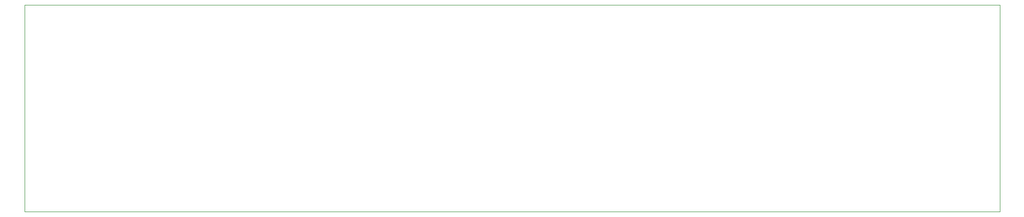
<source format=gbr>
%TF.GenerationSoftware,KiCad,Pcbnew,(6.0.11-0)*%
%TF.CreationDate,2023-01-30T23:51:34+08:00*%
%TF.ProjectId,led_stick,6c65645f-7374-4696-936b-2e6b69636164,rev?*%
%TF.SameCoordinates,Original*%
%TF.FileFunction,Profile,NP*%
%FSLAX46Y46*%
G04 Gerber Fmt 4.6, Leading zero omitted, Abs format (unit mm)*
G04 Created by KiCad (PCBNEW (6.0.11-0)) date 2023-01-30 23:51:34*
%MOMM*%
%LPD*%
G01*
G04 APERTURE LIST*
%TA.AperFunction,Profile*%
%ADD10C,0.050000*%
%TD*%
G04 APERTURE END LIST*
D10*
X38100000Y-83820000D02*
X205740000Y-83820000D01*
X38100000Y-119380000D02*
X38100000Y-83820000D01*
X205740000Y-119380000D02*
X38100000Y-119380000D01*
X205740000Y-83820000D02*
X205740000Y-119380000D01*
M02*

</source>
